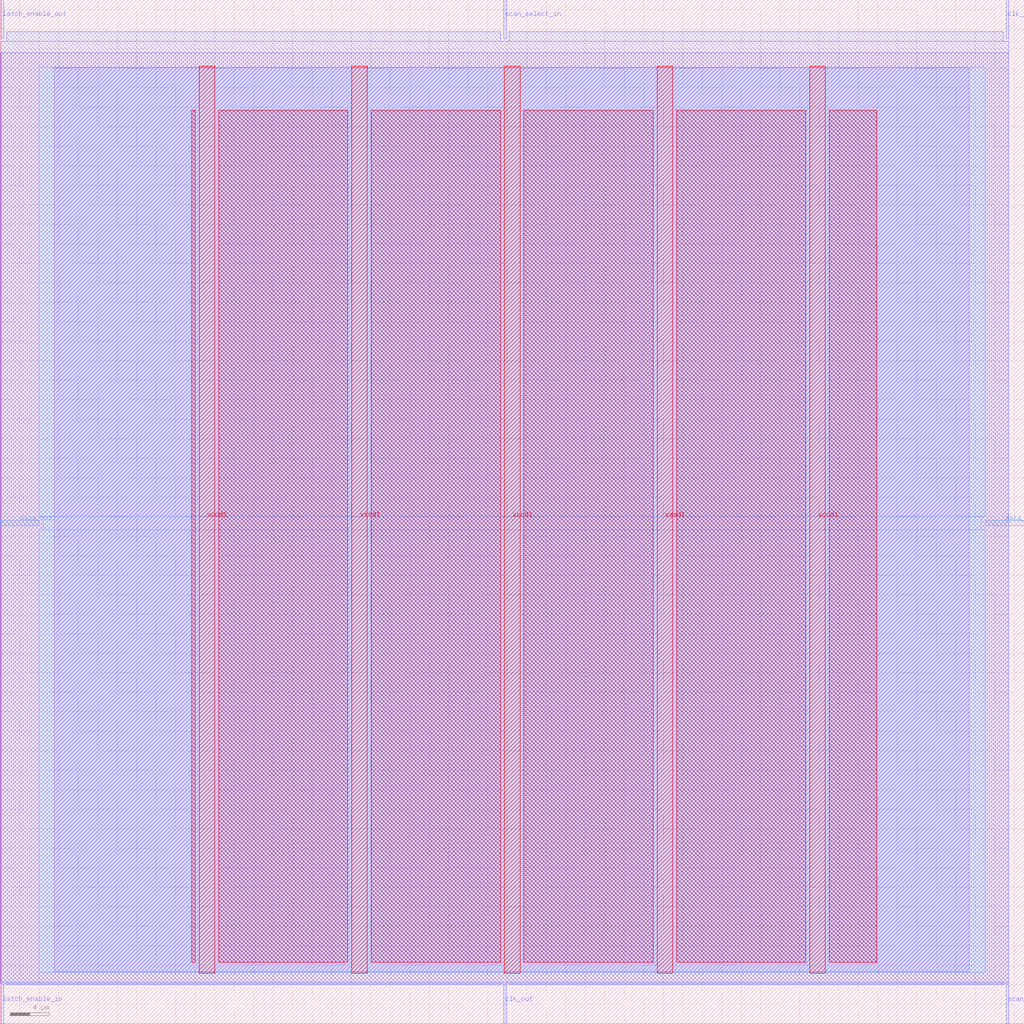
<source format=lef>
VERSION 5.7 ;
  NOWIREEXTENSIONATPIN ON ;
  DIVIDERCHAR "/" ;
  BUSBITCHARS "[]" ;
MACRO scan_wrapper_341263346544149074
  CLASS BLOCK ;
  FOREIGN scan_wrapper_341263346544149074 ;
  ORIGIN 0.000 0.000 ;
  SIZE 105.000 BY 105.000 ;
  PIN clk_in
    DIRECTION INPUT ;
    USE SIGNAL ;
    PORT
      LAYER met2 ;
        RECT 103.130 101.000 103.410 105.000 ;
    END
  END clk_in
  PIN clk_out
    DIRECTION OUTPUT TRISTATE ;
    USE SIGNAL ;
    PORT
      LAYER met2 ;
        RECT 51.610 0.000 51.890 4.000 ;
    END
  END clk_out
  PIN data_in
    DIRECTION INPUT ;
    USE SIGNAL ;
    PORT
      LAYER met3 ;
        RECT 101.000 51.040 105.000 51.640 ;
    END
  END data_in
  PIN data_out
    DIRECTION OUTPUT TRISTATE ;
    USE SIGNAL ;
    PORT
      LAYER met3 ;
        RECT 0.000 51.040 4.000 51.640 ;
    END
  END data_out
  PIN latch_enable_in
    DIRECTION INPUT ;
    USE SIGNAL ;
    PORT
      LAYER met2 ;
        RECT 0.090 0.000 0.370 4.000 ;
    END
  END latch_enable_in
  PIN latch_enable_out
    DIRECTION OUTPUT TRISTATE ;
    USE SIGNAL ;
    PORT
      LAYER met2 ;
        RECT 0.090 101.000 0.370 105.000 ;
    END
  END latch_enable_out
  PIN scan_select_in
    DIRECTION INPUT ;
    USE SIGNAL ;
    PORT
      LAYER met2 ;
        RECT 51.610 101.000 51.890 105.000 ;
    END
  END scan_select_in
  PIN scan_select_out
    DIRECTION OUTPUT TRISTATE ;
    USE SIGNAL ;
    PORT
      LAYER met2 ;
        RECT 103.130 0.000 103.410 4.000 ;
    END
  END scan_select_out
  PIN vccd1
    DIRECTION INPUT ;
    USE POWER ;
    PORT
      LAYER met4 ;
        RECT 20.380 5.200 21.980 98.160 ;
    END
    PORT
      LAYER met4 ;
        RECT 51.700 5.200 53.300 98.160 ;
    END
    PORT
      LAYER met4 ;
        RECT 83.020 5.200 84.620 98.160 ;
    END
  END vccd1
  PIN vssd1
    DIRECTION INPUT ;
    USE GROUND ;
    PORT
      LAYER met4 ;
        RECT 36.040 5.200 37.640 98.160 ;
    END
    PORT
      LAYER met4 ;
        RECT 67.360 5.200 68.960 98.160 ;
    END
  END vssd1
  OBS
      LAYER li1 ;
        RECT 5.520 5.355 99.360 98.005 ;
      LAYER met1 ;
        RECT 0.070 4.120 103.430 99.580 ;
      LAYER met2 ;
        RECT 0.650 100.720 51.330 101.730 ;
        RECT 52.170 100.720 102.850 101.730 ;
        RECT 0.100 4.280 103.400 100.720 ;
        RECT 0.650 4.000 51.330 4.280 ;
        RECT 52.170 4.000 102.850 4.280 ;
      LAYER met3 ;
        RECT 4.000 52.040 101.000 98.085 ;
        RECT 4.400 50.640 100.600 52.040 ;
        RECT 4.000 5.275 101.000 50.640 ;
      LAYER met4 ;
        RECT 19.615 6.295 19.980 93.665 ;
        RECT 22.380 6.295 35.640 93.665 ;
        RECT 38.040 6.295 51.300 93.665 ;
        RECT 53.700 6.295 66.960 93.665 ;
        RECT 69.360 6.295 82.620 93.665 ;
        RECT 85.020 6.295 89.865 93.665 ;
  END
END scan_wrapper_341263346544149074
END LIBRARY


</source>
